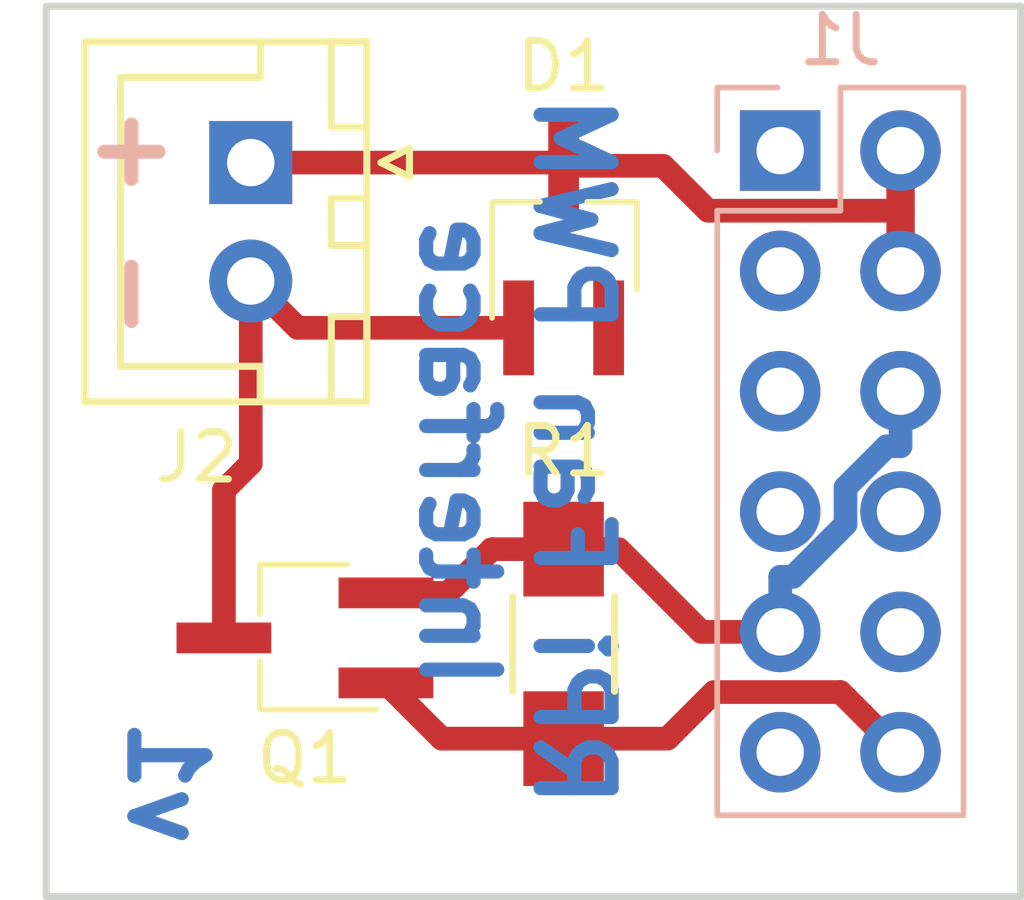
<source format=kicad_pcb>
(kicad_pcb (version 20171130) (host pcbnew "(5.1.12)-1")

  (general
    (thickness 1.6)
    (drawings 7)
    (tracks 31)
    (zones 0)
    (modules 5)
    (nets 13)
  )

  (page A4)
  (layers
    (0 Top signal)
    (31 Bottom signal)
    (34 B.Paste user)
    (35 F.Paste user hide)
    (36 B.SilkS user)
    (37 F.SilkS user)
    (38 B.Mask user)
    (39 F.Mask user)
    (40 Dwgs.User user)
    (41 Cmts.User user)
    (42 Eco1.User user)
    (43 Eco2.User user)
    (44 Edge.Cuts user)
    (45 Margin user)
    (47 F.CrtYd user)
    (49 F.Fab user)
  )

  (setup
    (last_trace_width 0.006)
    (trace_clearance 0.006)
    (zone_clearance 0.508)
    (zone_45_only yes)
    (trace_min 0.006)
    (via_size 0.027)
    (via_drill 0.013)
    (via_min_size 0.027)
    (via_min_drill 0.013)
    (uvia_size 0.03)
    (uvia_drill 0.02)
    (uvias_allowed no)
    (uvia_min_size 0)
    (uvia_min_drill 0)
    (edge_width 0.15)
    (segment_width 0.2)
    (pcb_text_width 0.3)
    (pcb_text_size 1.5 1.5)
    (mod_edge_width 0.15)
    (mod_text_size 1 1)
    (mod_text_width 0.15)
    (pad_size 1.524 1.524)
    (pad_drill 0.762)
    (pad_to_mask_clearance 0.2)
    (aux_axis_origin 0 0)
    (visible_elements 7FFFFFFF)
    (pcbplotparams
      (layerselection 0x00030_80000001)
      (usegerberextensions false)
      (usegerberattributes true)
      (usegerberadvancedattributes true)
      (creategerberjobfile true)
      (excludeedgelayer true)
      (linewidth 0.100000)
      (plotframeref false)
      (viasonmask false)
      (mode 1)
      (useauxorigin false)
      (hpglpennumber 1)
      (hpglpenspeed 20)
      (hpglpendiameter 15.000000)
      (psnegative false)
      (psa4output false)
      (plotreference true)
      (plotvalue true)
      (plotinvisibletext false)
      (padsonsilk false)
      (subtractmaskfromsilk false)
      (outputformat 1)
      (mirror false)
      (drillshape 1)
      (scaleselection 1)
      (outputdirectory ""))
  )

  (net 0 "")
  (net 1 +5V)
  (net 2 "Net-(D1-Pad2)")
  (net 3 +3V3)
  (net 4 "Net-(J1-Pad3)")
  (net 5 "Net-(J1-Pad5)")
  (net 6 GND)
  (net 7 "Net-(J1-Pad7)")
  (net 8 "Net-(J1-Pad8)")
  (net 9 "Net-(J1-Pad10)")
  (net 10 "Net-(J1-Pad11)")
  (net 11 "Net-(J1-Pad12)")
  (net 12 "Net-(D1-Pad1)")

  (net_class Default "This is the default net class."
    (clearance 0.006)
    (trace_width 0.006)
    (via_dia 0.027)
    (via_drill 0.013)
    (uvia_dia 0.03)
    (uvia_drill 0.02)
  )

  (net_class pwr ""
    (clearance 0.06)
    (trace_width 0.5)
    (via_dia 0.027)
    (via_drill 0.013)
    (uvia_dia 0.03)
    (uvia_drill 0.02)
    (add_net +3V3)
    (add_net +5V)
    (add_net GND)
    (add_net "Net-(D1-Pad1)")
    (add_net "Net-(J1-Pad10)")
    (add_net "Net-(J1-Pad11)")
    (add_net "Net-(J1-Pad12)")
    (add_net "Net-(J1-Pad3)")
    (add_net "Net-(J1-Pad5)")
    (add_net "Net-(J1-Pad7)")
    (add_net "Net-(J1-Pad8)")
  )

  (net_class sig ""
    (clearance 0.03)
    (trace_width 0.45)
    (via_dia 0.027)
    (via_drill 0.013)
    (uvia_dia 0.03)
    (uvia_drill 0.02)
    (add_net "Net-(D1-Pad2)")
  )

  (module TO_SOT_Packages_SMD:TSOT-23_HandSoldering (layer Top) (tedit 595EB9D0) (tstamp 596E1AF5)
    (at 120.142 92.202 90)
    (descr "5-pin TSOT23 package, http://cds.linear.com/docs/en/packaging/SOT_5_05-08-1635.pdf")
    (tags "TSOT-23 Hand-soldering")
    (path /5959CCA6)
    (attr smd)
    (fp_text reference D1 (at 3.81 0) (layer F.SilkS)
      (effects (font (size 1 1) (thickness 0.15)))
    )
    (fp_text value Schottky (at 0.127 -1.016 90) (layer F.Fab)
      (effects (font (size 1 1) (thickness 0.15)))
    )
    (fp_line (start 2.96 1.7) (end -2.96 1.7) (layer F.CrtYd) (width 0.05))
    (fp_line (start 2.96 1.7) (end 2.96 -1.7) (layer F.CrtYd) (width 0.05))
    (fp_line (start -2.96 -1.7) (end -2.96 1.7) (layer F.CrtYd) (width 0.05))
    (fp_line (start -2.96 -1.7) (end 2.96 -1.7) (layer F.CrtYd) (width 0.05))
    (fp_line (start 0.88 -1.45) (end 0.88 1.45) (layer F.Fab) (width 0.1))
    (fp_line (start 0.88 1.45) (end -0.88 1.45) (layer F.Fab) (width 0.1))
    (fp_line (start -0.88 -1) (end -0.88 1.45) (layer F.Fab) (width 0.1))
    (fp_line (start 0.88 -1.45) (end -0.43 -1.45) (layer F.Fab) (width 0.1))
    (fp_line (start -0.88 -1) (end -0.43 -1.45) (layer F.Fab) (width 0.1))
    (fp_line (start 0.93 -1.51) (end -1.5 -1.51) (layer F.SilkS) (width 0.12))
    (fp_line (start 0.95 -1.5) (end 0.95 -0.5) (layer F.SilkS) (width 0.12))
    (fp_line (start 0.95 1.55) (end -0.9 1.55) (layer F.SilkS) (width 0.12))
    (fp_line (start 0.95 0.5) (end 0.95 1.55) (layer F.SilkS) (width 0.12))
    (pad 1 smd rect (at -1.71 -0.95 90) (size 2 0.65) (layers Top F.Paste F.Mask)
      (net 12 "Net-(D1-Pad1)"))
    (pad 2 smd rect (at -1.71 0.95 90) (size 2 0.65) (layers Top F.Paste F.Mask)
      (net 2 "Net-(D1-Pad2)"))
    (pad 3 smd rect (at 1.71 0 90) (size 2 0.65) (layers Top F.Paste F.Mask)
      (net 1 +5V))
  )

  (module Connectors_JST:JST_XH_B02B-XH-A_02x2.50mm_Straight (layer Top) (tedit 595EB8BB) (tstamp 596E1B54)
    (at 113.538 90.424 270)
    (descr "JST XH series connector, B02B-XH-A, top entry type, through hole")
    (tags "connector jst xh tht top vertical 2.50mm")
    (path /5959CC43)
    (fp_text reference J2 (at 6.223 1.143) (layer F.SilkS)
      (effects (font (size 1 1) (thickness 0.15)))
    )
    (fp_text value JST_XH_01X02 (at 2.413 4.445 270) (layer F.Fab)
      (effects (font (size 1 1) (thickness 0.15)))
    )
    (fp_line (start 0.3 -3.35) (end 0 -2.75) (layer F.SilkS) (width 0.15))
    (fp_line (start -0.3 -3.35) (end 0.3 -3.35) (layer F.SilkS) (width 0.15))
    (fp_line (start 0 -2.75) (end -0.3 -3.35) (layer F.SilkS) (width 0.15))
    (fp_line (start 4.3 2.75) (end 1.25 2.75) (layer F.SilkS) (width 0.15))
    (fp_line (start 4.3 -0.2) (end 4.3 2.75) (layer F.SilkS) (width 0.15))
    (fp_line (start 5.05 -0.2) (end 4.3 -0.2) (layer F.SilkS) (width 0.15))
    (fp_line (start -1.8 2.75) (end 1.25 2.75) (layer F.SilkS) (width 0.15))
    (fp_line (start -1.8 -0.2) (end -1.8 2.75) (layer F.SilkS) (width 0.15))
    (fp_line (start -2.55 -0.2) (end -1.8 -0.2) (layer F.SilkS) (width 0.15))
    (fp_line (start 5.05 -2.45) (end 3.25 -2.45) (layer F.SilkS) (width 0.15))
    (fp_line (start 5.05 -1.7) (end 5.05 -2.45) (layer F.SilkS) (width 0.15))
    (fp_line (start 3.25 -1.7) (end 5.05 -1.7) (layer F.SilkS) (width 0.15))
    (fp_line (start 3.25 -2.45) (end 3.25 -1.7) (layer F.SilkS) (width 0.15))
    (fp_line (start -0.75 -2.45) (end -2.55 -2.45) (layer F.SilkS) (width 0.15))
    (fp_line (start -0.75 -1.7) (end -0.75 -2.45) (layer F.SilkS) (width 0.15))
    (fp_line (start -2.55 -1.7) (end -0.75 -1.7) (layer F.SilkS) (width 0.15))
    (fp_line (start -2.55 -2.45) (end -2.55 -1.7) (layer F.SilkS) (width 0.15))
    (fp_line (start 1.75 -2.45) (end 0.75 -2.45) (layer F.SilkS) (width 0.15))
    (fp_line (start 1.75 -1.7) (end 1.75 -2.45) (layer F.SilkS) (width 0.15))
    (fp_line (start 0.75 -1.7) (end 1.75 -1.7) (layer F.SilkS) (width 0.15))
    (fp_line (start 0.75 -2.45) (end 0.75 -1.7) (layer F.SilkS) (width 0.15))
    (fp_line (start 5.05 -2.45) (end -2.55 -2.45) (layer F.SilkS) (width 0.15))
    (fp_line (start 5.05 3.5) (end 5.05 -2.45) (layer F.SilkS) (width 0.15))
    (fp_line (start -2.55 3.5) (end 5.05 3.5) (layer F.SilkS) (width 0.15))
    (fp_line (start -2.55 -2.45) (end -2.55 3.5) (layer F.SilkS) (width 0.15))
    (fp_line (start 5.45 -2.85) (end -2.95 -2.85) (layer F.CrtYd) (width 0.05))
    (fp_line (start 5.45 3.9) (end 5.45 -2.85) (layer F.CrtYd) (width 0.05))
    (fp_line (start -2.95 3.9) (end 5.45 3.9) (layer F.CrtYd) (width 0.05))
    (fp_line (start -2.95 -2.85) (end -2.95 3.9) (layer F.CrtYd) (width 0.05))
    (pad 1 thru_hole rect (at 0 0 270) (size 1.75 1.75) (drill 1) (layers *.Cu *.Mask)
      (net 1 +5V))
    (pad 2 thru_hole circle (at 2.5 0 270) (size 1.75 1.75) (drill 1) (layers *.Cu *.Mask)
      (net 12 "Net-(D1-Pad1)"))
    (model Connectors_JST.3dshapes/JST_XH_B02B-XH-A_02x2.50mm_Straight.wrl
      (at (xyz 0 0 0))
      (scale (xyz 1 1 1))
      (rotate (xyz 0 0 0))
    )
  )

  (module TO_SOT_Packages_SMD:TSOT-23_HandSoldering (layer Top) (tedit 595EBC9F) (tstamp 596E1B68)
    (at 114.681 100.457 180)
    (descr "5-pin TSOT23 package, http://cds.linear.com/docs/en/packaging/SOT_5_05-08-1635.pdf")
    (tags "TSOT-23 Hand-soldering")
    (path /5959C9B5)
    (attr smd)
    (fp_text reference Q1 (at 0 -2.54) (layer F.SilkS)
      (effects (font (size 1 1) (thickness 0.15)))
    )
    (fp_text value MOSFET (at 0.127 0.889 180) (layer F.Fab)
      (effects (font (size 1 1) (thickness 0.15)))
    )
    (fp_line (start 2.96 1.7) (end -2.96 1.7) (layer F.CrtYd) (width 0.05))
    (fp_line (start 2.96 1.7) (end 2.96 -1.7) (layer F.CrtYd) (width 0.05))
    (fp_line (start -2.96 -1.7) (end -2.96 1.7) (layer F.CrtYd) (width 0.05))
    (fp_line (start -2.96 -1.7) (end 2.96 -1.7) (layer F.CrtYd) (width 0.05))
    (fp_line (start 0.88 -1.45) (end 0.88 1.45) (layer F.Fab) (width 0.1))
    (fp_line (start 0.88 1.45) (end -0.88 1.45) (layer F.Fab) (width 0.1))
    (fp_line (start -0.88 -1) (end -0.88 1.45) (layer F.Fab) (width 0.1))
    (fp_line (start 0.88 -1.45) (end -0.43 -1.45) (layer F.Fab) (width 0.1))
    (fp_line (start -0.88 -1) (end -0.43 -1.45) (layer F.Fab) (width 0.1))
    (fp_line (start 0.93 -1.51) (end -1.5 -1.51) (layer F.SilkS) (width 0.12))
    (fp_line (start 0.95 -1.5) (end 0.95 -0.5) (layer F.SilkS) (width 0.12))
    (fp_line (start 0.95 1.55) (end -0.9 1.55) (layer F.SilkS) (width 0.12))
    (fp_line (start 0.95 0.5) (end 0.95 1.55) (layer F.SilkS) (width 0.12))
    (pad 1 smd rect (at -1.71 -0.95 180) (size 2 0.65) (layers Top F.Paste F.Mask)
      (net 11 "Net-(J1-Pad12)"))
    (pad 2 smd rect (at -1.71 0.95 180) (size 2 0.65) (layers Top F.Paste F.Mask)
      (net 6 GND))
    (pad 3 smd rect (at 1.71 0 180) (size 2 0.65) (layers Top F.Paste F.Mask)
      (net 12 "Net-(D1-Pad1)"))
  )

  (module Resistors_SMD:R_1206_HandSoldering (layer Top) (tedit 595EB8B1) (tstamp 596E1B78)
    (at 120.142 100.584 90)
    (descr "Resistor SMD 1206, hand soldering")
    (tags "resistor 1206")
    (path /5959CF6B)
    (attr smd)
    (fp_text reference R1 (at 4.064 0 180) (layer F.SilkS)
      (effects (font (size 1 1) (thickness 0.15)))
    )
    (fp_text value 100K (at 0 2.3 90) (layer F.Fab)
      (effects (font (size 1 1) (thickness 0.15)))
    )
    (fp_line (start -1 -1.075) (end 1 -1.075) (layer F.SilkS) (width 0.15))
    (fp_line (start 1 1.075) (end -1 1.075) (layer F.SilkS) (width 0.15))
    (fp_line (start 3.3 -1.2) (end 3.3 1.2) (layer F.CrtYd) (width 0.05))
    (fp_line (start -3.3 -1.2) (end -3.3 1.2) (layer F.CrtYd) (width 0.05))
    (fp_line (start -3.3 1.2) (end 3.3 1.2) (layer F.CrtYd) (width 0.05))
    (fp_line (start -3.3 -1.2) (end 3.3 -1.2) (layer F.CrtYd) (width 0.05))
    (fp_line (start -1.6 -0.8) (end 1.6 -0.8) (layer F.Fab) (width 0.1))
    (fp_line (start 1.6 -0.8) (end 1.6 0.8) (layer F.Fab) (width 0.1))
    (fp_line (start 1.6 0.8) (end -1.6 0.8) (layer F.Fab) (width 0.1))
    (fp_line (start -1.6 0.8) (end -1.6 -0.8) (layer F.Fab) (width 0.1))
    (pad 1 smd rect (at -2 0 90) (size 2 1.7) (layers Top F.Paste F.Mask)
      (net 11 "Net-(J1-Pad12)"))
    (pad 2 smd rect (at 2 0 90) (size 2 1.7) (layers Top F.Paste F.Mask)
      (net 6 GND))
    (model Resistors_SMD.3dshapes/R_1206_HandSoldering.wrl
      (at (xyz 0 0 0))
      (scale (xyz 1 1 1))
      (rotate (xyz 0 0 0))
    )
  )

  (module Socket_Strips:Socket_Strip_Straight_2x06_Pitch2.54mm (layer Bottom) (tedit 588DE958) (tstamp 599A493E)
    (at 124.714 90.17 180)
    (descr "Through hole straight socket strip, 2x06, 2.54mm pitch, double rows")
    (tags "Through hole socket strip THT 2x06 2.54mm double row")
    (path /5959C8A6)
    (fp_text reference J1 (at -1.27 2.33 180) (layer B.SilkS)
      (effects (font (size 1 1) (thickness 0.15)) (justify mirror))
    )
    (fp_text value CONN_02X06 (at -1.27 -15.03 180) (layer B.Fab)
      (effects (font (size 1 1) (thickness 0.15)) (justify mirror))
    )
    (fp_line (start 1.55 1.55) (end -4.1 1.55) (layer B.CrtYd) (width 0.05))
    (fp_line (start 1.55 -14.25) (end 1.55 1.55) (layer B.CrtYd) (width 0.05))
    (fp_line (start -4.1 -14.25) (end 1.55 -14.25) (layer B.CrtYd) (width 0.05))
    (fp_line (start -4.1 1.55) (end -4.1 -14.25) (layer B.CrtYd) (width 0.05))
    (fp_line (start 1.33 1.33) (end 0.06 1.33) (layer B.SilkS) (width 0.12))
    (fp_line (start 1.33 0) (end 1.33 1.33) (layer B.SilkS) (width 0.12))
    (fp_line (start -1.27 -1.27) (end 1.33 -1.27) (layer B.SilkS) (width 0.12))
    (fp_line (start -1.27 1.33) (end -1.27 -1.27) (layer B.SilkS) (width 0.12))
    (fp_line (start -3.87 1.33) (end -1.27 1.33) (layer B.SilkS) (width 0.12))
    (fp_line (start -3.87 -14.03) (end -3.87 1.33) (layer B.SilkS) (width 0.12))
    (fp_line (start 1.33 -14.03) (end -3.87 -14.03) (layer B.SilkS) (width 0.12))
    (fp_line (start 1.33 -1.27) (end 1.33 -14.03) (layer B.SilkS) (width 0.12))
    (fp_line (start 1.27 1.27) (end -3.81 1.27) (layer B.Fab) (width 0.1))
    (fp_line (start 1.27 -13.97) (end 1.27 1.27) (layer B.Fab) (width 0.1))
    (fp_line (start -3.81 -13.97) (end 1.27 -13.97) (layer B.Fab) (width 0.1))
    (fp_line (start -3.81 1.27) (end -3.81 -13.97) (layer B.Fab) (width 0.1))
    (pad 1 thru_hole rect (at 0 0 180) (size 1.7 1.7) (drill 1) (layers *.Cu *.Mask)
      (net 3 +3V3))
    (pad 2 thru_hole oval (at -2.54 0 180) (size 1.7 1.7) (drill 1) (layers *.Cu *.Mask)
      (net 1 +5V))
    (pad 3 thru_hole oval (at 0 -2.54 180) (size 1.7 1.7) (drill 1) (layers *.Cu *.Mask)
      (net 4 "Net-(J1-Pad3)"))
    (pad 4 thru_hole oval (at -2.54 -2.54 180) (size 1.7 1.7) (drill 1) (layers *.Cu *.Mask)
      (net 1 +5V))
    (pad 5 thru_hole oval (at 0 -5.08 180) (size 1.7 1.7) (drill 1) (layers *.Cu *.Mask)
      (net 5 "Net-(J1-Pad5)"))
    (pad 6 thru_hole oval (at -2.54 -5.08 180) (size 1.7 1.7) (drill 1) (layers *.Cu *.Mask)
      (net 6 GND))
    (pad 7 thru_hole oval (at 0 -7.62 180) (size 1.7 1.7) (drill 1) (layers *.Cu *.Mask)
      (net 7 "Net-(J1-Pad7)"))
    (pad 8 thru_hole oval (at -2.54 -7.62 180) (size 1.7 1.7) (drill 1) (layers *.Cu *.Mask)
      (net 8 "Net-(J1-Pad8)"))
    (pad 9 thru_hole oval (at 0 -10.16 180) (size 1.7 1.7) (drill 1) (layers *.Cu *.Mask)
      (net 6 GND))
    (pad 10 thru_hole oval (at -2.54 -10.16 180) (size 1.7 1.7) (drill 1) (layers *.Cu *.Mask)
      (net 9 "Net-(J1-Pad10)"))
    (pad 11 thru_hole oval (at 0 -12.7 180) (size 1.7 1.7) (drill 1) (layers *.Cu *.Mask)
      (net 10 "Net-(J1-Pad11)"))
    (pad 12 thru_hole oval (at -2.54 -12.7 180) (size 1.7 1.7) (drill 1) (layers *.Cu *.Mask)
      (net 11 "Net-(J1-Pad12)"))
    (model Socket_Strips.3dshapes/Socket_Strip_Straight_2x06_Pitch2.54mm.wrl
      (offset (xyz -1.269999980926514 -6.349999904632568 0))
      (scale (xyz 1 1 1))
      (rotate (xyz 0 0 270))
    )
  )

  (gr_text "- +" (at 111.125 91.694 270) (layer B.SilkS)
    (effects (font (size 1.5 1.5) (thickness 0.3)) (justify mirror))
  )
  (gr_text v1 (at 111.76 103.505 270) (layer Bottom)
    (effects (font (size 1.5 1.5) (thickness 0.3)) (justify mirror))
  )
  (gr_text "RPi Fan PWM\nInterface" (at 119.126 96.52 270) (layer Bottom)
    (effects (font (size 1.5 1.5) (thickness 0.3)) (justify mirror))
  )
  (gr_line (start 109.22 87.122) (end 129.794 87.122) (angle 90) (layer Edge.Cuts) (width 0.15))
  (gr_line (start 109.22 105.918) (end 109.22 87.122) (angle 90) (layer Edge.Cuts) (width 0.15))
  (gr_line (start 129.794 105.918) (end 109.22 105.918) (angle 90) (layer Edge.Cuts) (width 0.15))
  (gr_line (start 129.794 87.122) (end 129.794 105.918) (angle 90) (layer Edge.Cuts) (width 0.15))

  (segment (start 120.142 90.492) (end 122.242 90.492) (width 0.5) (layer Top) (net 1))
  (segment (start 122.242 90.492) (end 123.19 91.44) (width 0.5) (layer Top) (net 1))
  (segment (start 123.19 91.44) (end 127.254 91.44) (width 0.5) (layer Top) (net 1))
  (segment (start 113.538 90.424) (end 120.074 90.424) (width 0.5) (layer Top) (net 1))
  (segment (start 120.074 90.424) (end 120.142 90.492) (width 0.5) (layer Top) (net 1))
  (segment (start 127.254 91.44) (end 127.254 90.17) (width 0.6) (layer Top) (net 1))
  (segment (start 127.254 92.71) (end 127.254 91.44) (width 0.6) (layer Top) (net 1))
  (segment (start 120.142 98.584) (end 121.3039 98.584) (width 0.5) (layer Top) (net 6))
  (segment (start 124.714 100.33) (end 123.0499 100.33) (width 0.5) (layer Top) (net 6))
  (segment (start 123.0499 100.33) (end 121.3039 98.584) (width 0.5) (layer Top) (net 6))
  (segment (start 116.391 99.507) (end 117.7029 99.507) (width 0.5) (layer Top) (net 6))
  (segment (start 120.142 98.584) (end 118.6259 98.584) (width 0.5) (layer Top) (net 6))
  (segment (start 118.6259 98.584) (end 117.7029 99.507) (width 0.5) (layer Top) (net 6))
  (segment (start 124.714 100.33) (end 124.714 99.1681) (width 0.5) (layer Bottom) (net 6))
  (segment (start 127.254 95.25) (end 127.254 96.4119) (width 0.5) (layer Bottom) (net 6))
  (segment (start 127.254 96.4119) (end 126.9634 96.4119) (width 0.5) (layer Bottom) (net 6))
  (segment (start 126.9634 96.4119) (end 126.0921 97.2832) (width 0.5) (layer Bottom) (net 6))
  (segment (start 126.0921 97.2832) (end 126.0921 98.0608) (width 0.5) (layer Bottom) (net 6))
  (segment (start 126.0921 98.0608) (end 124.9848 99.1681) (width 0.5) (layer Bottom) (net 6))
  (segment (start 124.9848 99.1681) (end 124.714 99.1681) (width 0.5) (layer Bottom) (net 6))
  (segment (start 127.254 102.87) (end 125.984 101.6) (width 0.5) (layer Top) (net 11))
  (segment (start 125.984 101.6) (end 123.317 101.6) (width 0.5) (layer Top) (net 11))
  (segment (start 123.317 101.6) (end 122.333 102.584) (width 0.5) (layer Top) (net 11))
  (segment (start 122.333 102.584) (end 120.142 102.584) (width 0.5) (layer Top) (net 11))
  (segment (start 120.142 102.584) (end 117.568 102.584) (width 0.5) (layer Top) (net 11))
  (segment (start 117.568 102.584) (end 116.391 101.407) (width 0.5) (layer Top) (net 11))
  (segment (start 112.971 100.457) (end 112.971 97.341) (width 0.5) (layer Top) (net 12))
  (segment (start 112.971 97.341) (end 113.538 96.774) (width 0.5) (layer Top) (net 12))
  (segment (start 113.538 96.774) (end 113.538 92.924) (width 0.5) (layer Top) (net 12))
  (segment (start 119.192 93.912) (end 114.526 93.912) (width 0.5) (layer Top) (net 12))
  (segment (start 114.526 93.912) (end 113.538 92.924) (width 0.5) (layer Top) (net 12))

)

</source>
